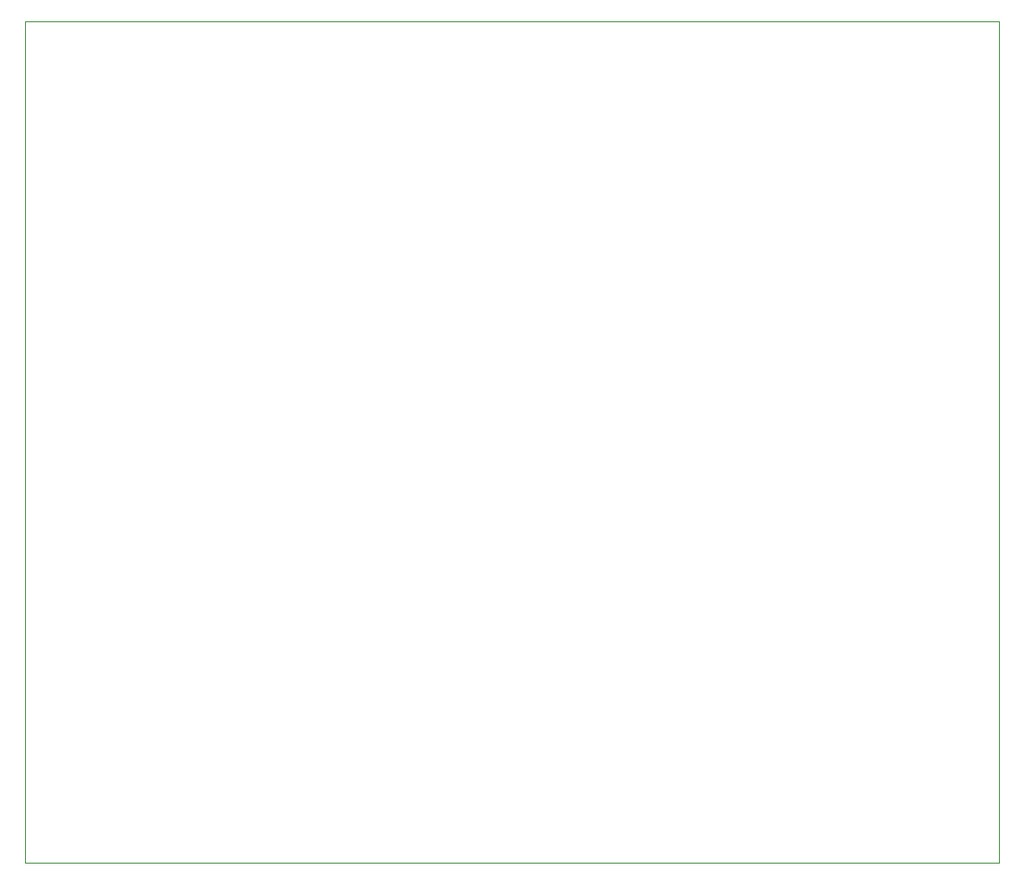
<source format=gm1>
%TF.GenerationSoftware,KiCad,Pcbnew,6.0.5*%
%TF.CreationDate,2022-06-15T21:06:15+00:00*%
%TF.ProjectId,MicroBot - connector board,4d696372-6f42-46f7-9420-2d20636f6e6e,rev?*%
%TF.SameCoordinates,Original*%
%TF.FileFunction,Profile,NP*%
%FSLAX46Y46*%
G04 Gerber Fmt 4.6, Leading zero omitted, Abs format (unit mm)*
G04 Created by KiCad (PCBNEW 6.0.5) date 2022-06-15 21:06:15*
%MOMM*%
%LPD*%
G01*
G04 APERTURE LIST*
%TA.AperFunction,Profile*%
%ADD10C,0.100000*%
%TD*%
G04 APERTURE END LIST*
D10*
X96982989Y-61867489D02*
X185882989Y-61867489D01*
X185882989Y-61867489D02*
X185882989Y-138702489D01*
X185882989Y-138702489D02*
X96982989Y-138702489D01*
X96982989Y-138702489D02*
X96982989Y-61867489D01*
M02*

</source>
